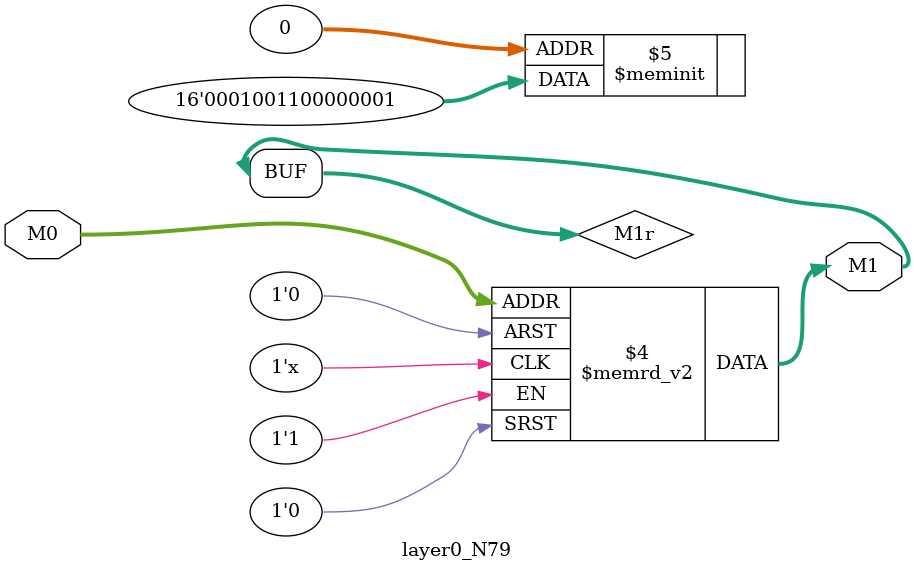
<source format=v>
module layer0_N79 ( input [2:0] M0, output [1:0] M1 );

	(*rom_style = "distributed" *) reg [1:0] M1r;
	assign M1 = M1r;
	always @ (M0) begin
		case (M0)
			3'b000: M1r = 2'b01;
			3'b100: M1r = 2'b11;
			3'b010: M1r = 2'b00;
			3'b110: M1r = 2'b01;
			3'b001: M1r = 2'b00;
			3'b101: M1r = 2'b00;
			3'b011: M1r = 2'b00;
			3'b111: M1r = 2'b00;

		endcase
	end
endmodule

</source>
